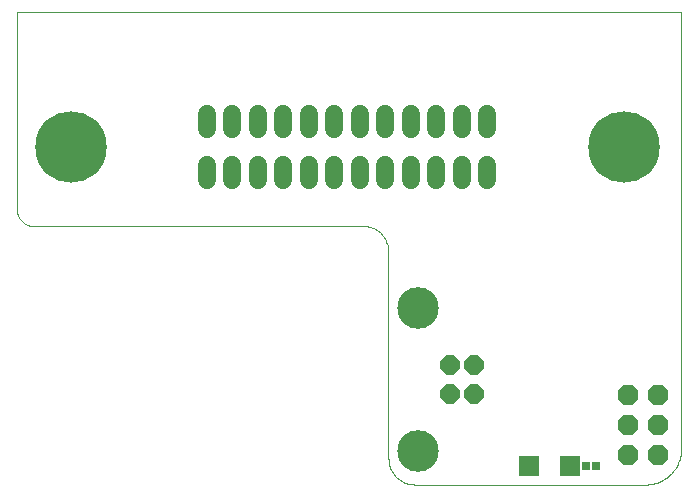
<source format=gts>
G75*
%MOIN*%
%OFA0B0*%
%FSLAX24Y24*%
%IPPOS*%
%LPD*%
%AMOC8*
5,1,8,0,0,1.08239X$1,22.5*
%
%ADD10C,0.0039*%
%ADD11C,0.0600*%
%ADD12C,0.2380*%
%ADD13OC8,0.0680*%
%ADD14OC8,0.0654*%
%ADD15C,0.1386*%
%ADD16R,0.0671X0.0671*%
%ADD17R,0.0280X0.0280*%
D10*
X000639Y008800D02*
X011639Y008800D01*
X011696Y008798D01*
X011753Y008793D01*
X011810Y008783D01*
X011865Y008770D01*
X011920Y008754D01*
X011974Y008733D01*
X012026Y008710D01*
X012077Y008683D01*
X012125Y008653D01*
X012172Y008619D01*
X012216Y008583D01*
X012258Y008544D01*
X012297Y008502D01*
X012333Y008458D01*
X012367Y008411D01*
X012397Y008363D01*
X012424Y008312D01*
X012447Y008260D01*
X012468Y008206D01*
X012484Y008151D01*
X012497Y008096D01*
X012507Y008039D01*
X012512Y007982D01*
X012514Y007925D01*
X012514Y001050D01*
X012516Y000993D01*
X012521Y000936D01*
X012531Y000879D01*
X012544Y000824D01*
X012560Y000769D01*
X012581Y000715D01*
X012604Y000663D01*
X012631Y000613D01*
X012661Y000564D01*
X012695Y000517D01*
X012731Y000473D01*
X012770Y000431D01*
X012812Y000392D01*
X012856Y000356D01*
X012903Y000322D01*
X012952Y000292D01*
X013002Y000265D01*
X013054Y000242D01*
X013108Y000221D01*
X013163Y000205D01*
X013218Y000192D01*
X013275Y000182D01*
X013332Y000177D01*
X013389Y000175D01*
X021014Y000175D01*
X022264Y001300D02*
X022264Y015925D01*
X000139Y015925D01*
X000139Y009300D01*
X000141Y009256D01*
X000147Y009213D01*
X000156Y009171D01*
X000169Y009129D01*
X000186Y009089D01*
X000206Y009050D01*
X000229Y009013D01*
X000256Y008979D01*
X000285Y008946D01*
X000318Y008917D01*
X000352Y008890D01*
X000389Y008867D01*
X000428Y008847D01*
X000468Y008830D01*
X000510Y008817D01*
X000552Y008808D01*
X000595Y008802D01*
X000639Y008800D01*
X021015Y000176D02*
X021081Y000174D01*
X021148Y000176D01*
X021214Y000182D01*
X021280Y000192D01*
X021346Y000205D01*
X021410Y000222D01*
X021474Y000242D01*
X021536Y000266D01*
X021597Y000294D01*
X021656Y000324D01*
X021713Y000358D01*
X021768Y000396D01*
X021822Y000436D01*
X021872Y000479D01*
X021921Y000525D01*
X021966Y000574D01*
X022009Y000625D01*
X022049Y000678D01*
X022086Y000734D01*
X022120Y000792D01*
X022150Y000851D01*
X022177Y000912D01*
X022201Y000974D01*
X022221Y001038D01*
X022237Y001103D01*
X022250Y001168D01*
X022259Y001234D01*
X022264Y001301D01*
D11*
X015814Y010315D02*
X015814Y010835D01*
X014964Y010835D02*
X014964Y010315D01*
X014114Y010315D02*
X014114Y010835D01*
X013264Y010835D02*
X013264Y010315D01*
X012414Y010315D02*
X012414Y010835D01*
X011564Y010835D02*
X011564Y010315D01*
X010714Y010315D02*
X010714Y010835D01*
X009864Y010835D02*
X009864Y010315D01*
X009014Y010315D02*
X009014Y010835D01*
X008164Y010835D02*
X008164Y010315D01*
X007314Y010315D02*
X007314Y010835D01*
X006464Y010835D02*
X006464Y010315D01*
X006464Y012015D02*
X006464Y012535D01*
X007314Y012535D02*
X007314Y012015D01*
X008164Y012015D02*
X008164Y012535D01*
X009014Y012535D02*
X009014Y012015D01*
X009864Y012015D02*
X009864Y012535D01*
X010714Y012535D02*
X010714Y012015D01*
X011564Y012015D02*
X011564Y012535D01*
X012414Y012535D02*
X012414Y012015D01*
X013264Y012015D02*
X013264Y012535D01*
X014114Y012535D02*
X014114Y012015D01*
X014964Y012015D02*
X014964Y012535D01*
X015814Y012535D02*
X015814Y012015D01*
D12*
X020349Y011425D03*
X001929Y011425D03*
D13*
X020514Y003175D03*
X020514Y002175D03*
X020514Y001175D03*
X021514Y001175D03*
X021514Y002175D03*
X021514Y003175D03*
D14*
X015369Y003183D03*
X014581Y003183D03*
X014581Y004167D03*
X015369Y004167D03*
D15*
X013514Y006045D03*
X013514Y001305D03*
D16*
X017200Y000800D03*
X018578Y000800D03*
D17*
X019094Y000800D03*
X019434Y000800D03*
M02*

</source>
